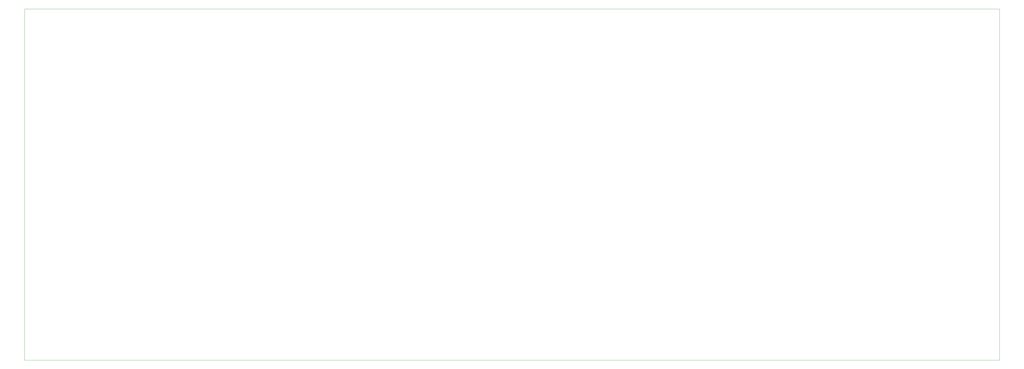
<source format=gbr>
%TF.GenerationSoftware,KiCad,Pcbnew,9.0.0*%
%TF.CreationDate,2025-04-26T10:59:41+02:00*%
%TF.ProjectId,Faderbay,46616465-7262-4617-992e-6b696361645f,rev?*%
%TF.SameCoordinates,Original*%
%TF.FileFunction,Profile,NP*%
%FSLAX46Y46*%
G04 Gerber Fmt 4.6, Leading zero omitted, Abs format (unit mm)*
G04 Created by KiCad (PCBNEW 9.0.0) date 2025-04-26 10:59:41*
%MOMM*%
%LPD*%
G01*
G04 APERTURE LIST*
%TA.AperFunction,Profile*%
%ADD10C,0.100000*%
%TD*%
G04 APERTURE END LIST*
D10*
X-180000000Y-65000000D02*
X180000000Y-65000000D01*
X180000000Y65000000D02*
X-180000000Y65000000D01*
X180000000Y-65000000D02*
X180000000Y65000000D01*
X-180000000Y65000000D02*
X-180000000Y-65000000D01*
M02*

</source>
